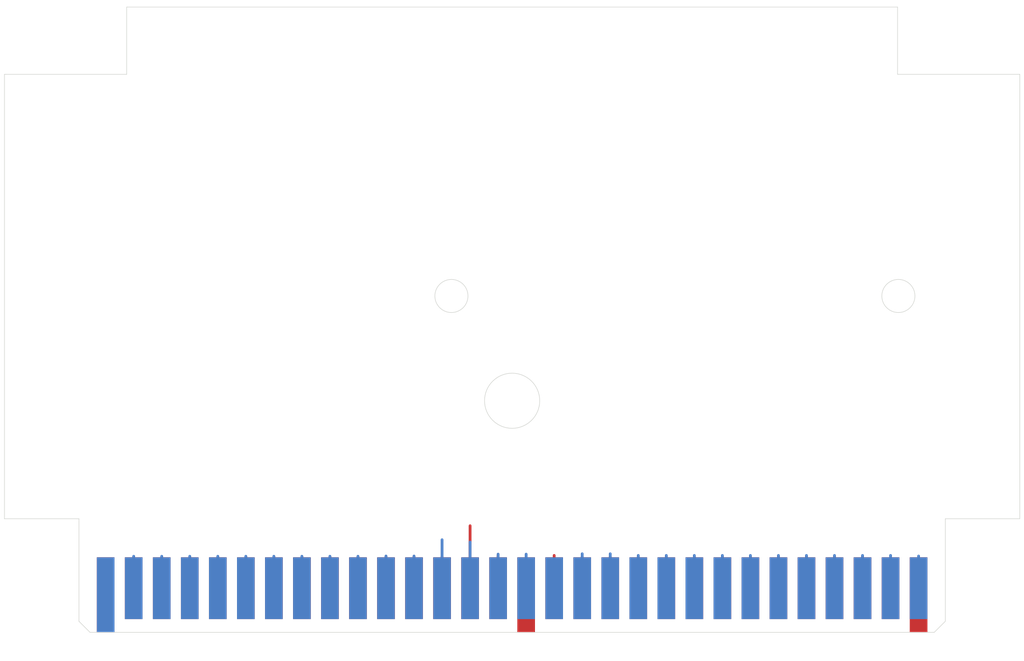
<source format=kicad_pcb>
(kicad_pcb (version 20240108) (generator "pcbnew") (generator_version "8.0")
  (title_block (title "FME-7 / 5A / 5B Devboard (SS-E301 / JxROM)") (date "2022-03-11") (rev "0.0.4") (company "Persune") (comment 1 "Designed for FC"))
  (layers (0 "F.Cu" mixed) (31 "B.Cu" mixed) (34 "B.Paste" user) (35 "F.Paste" user) (36 "B.SilkS" user "B.Silkscreen") (37 "F.SilkS" user "F.Silkscreen") (38 "B.Mask" user) (39 "F.Mask" user) (44 "Edge.Cuts" user))
  (net 0 "")
  (net 1 "GND")
  (net 2 "/AUD_OUT")
  (net 3 "/CPU_D2")
  (net 4 "/CPU_D4")
  (net 5 "/CPU_D1")
  (net 6 "/CPU_D5")
  (net 7 "/CPU_D0")
  (net 8 "/CPU_D6")
  (net 9 "/CPU_D7")
  (net 10 "/CHR_A10")
  (net 11 "/PPU_A13")
  (net 12 "/PPU_A12")
  (net 13 "/PPU_A11")
  (net 14 "/PPU_A10")
  (net 15 "/PPU_~{RD}")
  (net 16 "/~{IRQ}")
  (net 17 "/CPU_R~{W}")
  (net 18 "/~{ROMSEL}")
  (net 19 "/CPU_A14")
  (net 20 "/CPU_A13")
  (net 21 "/M2")
  (net 22 "/CPU_D3")
  (net 23 "VCC")
  (net 24 "/PPU_D4")
  (net 25 "/PPU_D5")
  (net 26 "/PPU_D6")
  (net 27 "/PPU_D7")
  (net 28 "/PPU_A9")
  (net 29 "/PPU_A8")
  (net 30 "/PPU_A7")
  (net 31 "/AUD_IN")
  (net 32 "/CPU_A12")
  (net 33 "/PPU_D3")
  (net 34 "/PPU_D2")
  (net 35 "/PPU_D1")
  (net 36 "/PPU_D0")
  (net 37 "/PPU_A0")
  (net 38 "/PPU_A1")
  (net 39 "/PPU_A2")
  (net 40 "/PPU_A3")
  (net 41 "/PPU_A4")
  (net 42 "/PPU_A5")
  (net 43 "/PPU_A6")
  (net 44 "/CPU_A0")
  (net 45 "/CPU_A1")
  (net 46 "/CPU_A2")
  (net 47 "/CPU_A3")
  (net 48 "/CPU_A4")
  (net 49 "/CPU_A5")
  (net 50 "/CPU_A6")
  (net 51 "/CPU_A7")
  (net 52 "/CPU_A8")
  (net 53 "/CPU_A9")
  (net 54 "/CPU_A10")
  (net 55 "/CPU_A11")
  (net 57 "Net-(J1-Pad48)")
  (footprint "custom footprints:BBW-E301" (layer "F.Cu") (at 152.4 119.38)
    (property "Reference" "J1")
    (property "Value" "Famicom Card Edge Connector")
    (pad "1" connect rect (at -36.83 6.9) (size 1.6 6.8) (layers "F.Cu") (net 1 "GND"))
    (pad "2" connect rect (at -34.29 6.3) (size 1.6 5.6) (layers "F.Cu") (net 55 "/CPU_A11"))
    (pad "3" connect rect (at -31.75 6.3) (size 1.6 5.6) (layers "F.Cu") (net 54 "/CPU_A10"))
    (pad "4" connect rect (at -29.21 6.3) (size 1.6 5.6) (layers "F.Cu") (net 53 "/CPU_A9"))
    (pad "5" connect rect (at -26.67 6.3) (size 1.6 5.6) (layers "F.Cu") (net 52 "/CPU_A8"))
    (pad "6" connect rect (at -24.13 6.3) (size 1.6 5.6) (layers "F.Cu") (net 51 "/CPU_A7"))
    (pad "7" connect rect (at -21.59 6.3) (size 1.6 5.6) (layers "F.Cu") (net 50 "/CPU_A6"))
    (pad "8" connect rect (at -19.05 6.3) (size 1.6 5.6) (layers "F.Cu") (net 49 "/CPU_A5"))
    (pad "9" connect rect (at -16.51 6.3) (size 1.6 5.6) (layers "F.Cu") (net 48 "/CPU_A4"))
    (pad "10" connect rect (at -13.97 6.3) (size 1.6 5.6) (layers "F.Cu") (net 47 "/CPU_A3"))
    (pad "11" connect rect (at -11.43 6.3) (size 1.6 5.6) (layers "F.Cu") (net 46 "/CPU_A2"))
    (pad "12" connect rect (at -8.89 6.3) (size 1.6 5.6) (layers "F.Cu") (net 45 "/CPU_A1"))
    (pad "13" connect rect (at -6.35 6.3) (size 1.6 5.6) (layers "F.Cu") (net 44 "/CPU_A0"))
    (pad "14" connect rect (at -3.81 6.3) (size 1.6 5.6) (layers "F.Cu") (net 17 "/CPU_R~{W}"))
    (pad "15" connect rect (at -1.27 6.3) (size 1.6 5.6) (layers "F.Cu") (net 16 "/~{IRQ}"))
    (pad "16" connect rect (at 1.27 6.9) (size 1.6 6.8) (layers "F.Cu") (net 1 "GND"))
    (pad "17" connect rect (at 3.81 6.3) (size 1.6 5.6) (layers "F.Cu") (net 15 "/PPU_~{RD}"))
    (pad "18" connect rect (at 6.35 6.3) (size 1.6 5.6) (layers "F.Cu") (net 10 "/CHR_A10"))
    (pad "19" connect rect (at 8.89 6.3) (size 1.6 5.6) (layers "F.Cu") (net 43 "/PPU_A6"))
    (pad "20" connect rect (at 11.43 6.3) (size 1.6 5.6) (layers "F.Cu") (net 42 "/PPU_A5"))
    (pad "21" connect rect (at 13.97 6.3) (size 1.6 5.6) (layers "F.Cu") (net 41 "/PPU_A4"))
    (pad "22" connect rect (at 16.51 6.3) (size 1.6 5.6) (layers "F.Cu") (net 40 "/PPU_A3"))
    (pad "23" connect rect (at 19.05 6.3) (size 1.6 5.6) (layers "F.Cu") (net 39 "/PPU_A2"))
    (pad "24" connect rect (at 21.59 6.3) (size 1.6 5.6) (layers "F.Cu") (net 38 "/PPU_A1"))
    (pad "25" connect rect (at 24.13 6.3) (size 1.6 5.6) (layers "F.Cu") (net 37 "/PPU_A0"))
    (pad "26" connect rect (at 26.67 6.3) (size 1.6 5.6) (layers "F.Cu") (net 36 "/PPU_D0"))
    (pad "27" connect rect (at 29.21 6.3) (size 1.6 5.6) (layers "F.Cu") (net 35 "/PPU_D1"))
    (pad "28" connect rect (at 31.75 6.3) (size 1.6 5.6) (layers "F.Cu") (net 34 "/PPU_D2"))
    (pad "29" connect rect (at 34.29 6.3) (size 1.6 5.6) (layers "F.Cu") (net 33 "/PPU_D3"))
    (pad "30" connect rect (at 36.83 6.9) (size 1.6 6.8) (layers "F.Cu") (net 23 "VCC"))
    (pad "31" connect rect (at -36.83 6.9) (size 1.6 6.8) (layers "B.Cu") (net 23 "VCC"))
    (pad "32" connect rect (at -34.29 6.3) (size 1.6 5.6) (layers "B.Cu") (net 21 "/M2"))
    (pad "33" connect rect (at -31.75 6.3) (size 1.6 5.6) (layers "B.Cu") (net 32 "/CPU_A12"))
    (pad "34" connect rect (at -29.21 6.3) (size 1.6 5.6) (layers "B.Cu") (net 20 "/CPU_A13"))
    (pad "35" connect rect (at -26.67 6.3) (size 1.6 5.6) (layers "B.Cu") (net 19 "/CPU_A14"))
    (pad "36" connect rect (at -24.13 6.3) (size 1.6 5.6) (layers "B.Cu") (net 9 "/CPU_D7"))
    (pad "37" connect rect (at -21.59 6.3) (size 1.6 5.6) (layers "B.Cu") (net 8 "/CPU_D6"))
    (pad "38" connect rect (at -19.05 6.3) (size 1.6 5.6) (layers "B.Cu") (net 6 "/CPU_D5"))
    (pad "39" connect rect (at -16.51 6.3) (size 1.6 5.6) (layers "B.Cu") (net 4 "/CPU_D4"))
    (pad "40" connect rect (at -13.97 6.3) (size 1.6 5.6) (layers "B.Cu") (net 22 "/CPU_D3"))
    (pad "41" connect rect (at -11.43 6.3) (size 1.6 5.6) (layers "B.Cu") (net 3 "/CPU_D2"))
    (pad "42" connect rect (at -8.89 6.3) (size 1.6 5.6) (layers "B.Cu") (net 5 "/CPU_D1"))
    (pad "43" connect rect (at -6.35 6.3) (size 1.6 5.6) (layers "B.Cu") (net 7 "/CPU_D0"))
    (pad "44" connect rect (at -3.81 6.3) (size 1.6 5.6) (layers "B.Cu") (net 18 "/~{ROMSEL}"))
    (pad "45" connect rect (at -1.27 6.3) (size 1.6 5.6) (layers "B.Cu") (net 31 "/AUD_IN"))
    (pad "46" connect rect (at 1.27 6.3) (size 1.6 5.6) (layers "B.Cu") (net 2 "/AUD_OUT"))
    (pad "47" connect rect (at 3.81 6.3) (size 1.6 5.6) (layers "B.Cu"))
    (pad "48" connect rect (at 6.35 6.3) (size 1.6 5.6) (layers "B.Cu") (net 57 "Net-(J1-Pad48)"))
    (pad "49" connect rect (at 8.89 6.3) (size 1.6 5.6) (layers "B.Cu") (net 57 "Net-(J1-Pad48)"))
    (pad "50" connect rect (at 11.43 6.3) (size 1.6 5.6) (layers "B.Cu") (net 30 "/PPU_A7"))
    (pad "51" connect rect (at 13.97 6.3) (size 1.6 5.6) (layers "B.Cu") (net 29 "/PPU_A8"))
    (pad "52" connect rect (at 16.51 6.3) (size 1.6 5.6) (layers "B.Cu") (net 28 "/PPU_A9"))
    (pad "53" connect rect (at 19.05 6.3) (size 1.6 5.6) (layers "B.Cu") (net 14 "/PPU_A10"))
    (pad "54" connect rect (at 21.59 6.3) (size 1.6 5.6) (layers "B.Cu") (net 13 "/PPU_A11"))
    (pad "55" connect rect (at 24.13 6.3) (size 1.6 5.6) (layers "B.Cu") (net 12 "/PPU_A12"))
    (pad "56" connect rect (at 26.67 6.3) (size 1.6 5.6) (layers "B.Cu") (net 11 "/PPU_A13"))
    (pad "57" connect rect (at 29.21 6.3) (size 1.6 5.6) (layers "B.Cu") (net 27 "/PPU_D7"))
    (pad "58" connect rect (at 31.75 6.3) (size 1.6 5.6) (layers "B.Cu") (net 26 "/PPU_D6"))
    (pad "59" connect rect (at 34.29 6.3) (size 1.6 5.6) (layers "B.Cu") (net 25 "/PPU_D5"))
    (pad "60" connect rect (at 36.83 6.3) (size 1.6 5.6) (layers "B.Cu") (net 24 "/PPU_D4"))
  )
  (gr_line (start 106.4 119.38) (end 113.15 119.38) (stroke (width 0.05)) (layer "Edge.Cuts"))
  (gr_line (start 198.4 119.38) (end 198.4 79.08) (stroke (width 0.05)) (layer "Edge.Cuts"))
  (gr_line (start 191.65 119.38) (end 198.4 119.38) (stroke (width 0.05)) (layer "Edge.Cuts"))
  (gr_line (start 198.4 79.08) (end 187.325 79.08) (stroke (width 0.05)) (layer "Edge.Cuts"))
  (gr_line (start 117.475 72.98) (end 117.475 79.08) (stroke (width 0.05)) (layer "Edge.Cuts"))
  (gr_line (start 187.325 72.98) (end 117.475 72.98) (stroke (width 0.05)) (layer "Edge.Cuts"))
  (gr_circle (center 152.4 108.68) (end 154.9 108.68) (stroke (width 0.05)) (fill none) (layer "Edge.Cuts"))
  (gr_line (start 190.65 129.68) (end 191.65 128.68) (stroke (width 0.05)) (layer "Edge.Cuts"))
  (gr_line (start 191.65 128.68) (end 191.65 119.38) (stroke (width 0.05)) (layer "Edge.Cuts"))
  (gr_circle (center 146.9 99.18) (end 148.4 99.18) (stroke (width 0.05)) (fill none) (layer "Edge.Cuts"))
  (gr_line (start 114.15 129.68) (end 190.65 129.68) (stroke (width 0.05)) (layer "Edge.Cuts"))
  (gr_line (start 187.325 79.08) (end 187.325 72.98) (stroke (width 0.05)) (layer "Edge.Cuts"))
  (gr_line (start 113.15 119.38) (end 113.15 128.68) (stroke (width 0.05)) (layer "Edge.Cuts"))
  (gr_line (start 113.15 128.68) (end 114.15 129.68) (stroke (width 0.05)) (layer "Edge.Cuts"))
  (gr_line (start 117.475 79.08) (end 106.4 79.08) (stroke (width 0.05)) (layer "Edge.Cuts"))
  (gr_line (start 106.4 79.08) (end 106.4 119.38) (stroke (width 0.05)) (layer "Edge.Cuts"))
  (gr_circle (center 187.4 99.18) (end 188.9 99.18) (stroke (width 0.05)) (fill none) (layer "Edge.Cuts"))
  (segment (start 153.67 125.68) (end 153.67 122.590534) (width 0.25) (layer "B.Cu") (net 2))
  (segment (start 140.97 122.762107) (end 140.97 125.68) (width 0.25) (layer "B.Cu") (net 3))
  (segment (start 135.89 125.68) (end 135.89 122.781884) (width 0.25) (layer "B.Cu") (net 4))
  (segment (start 143.51 122.762107) (end 143.51 125.68) (width 0.25) (layer "B.Cu") (net 5))
  (segment (start 133.35 125.68) (end 133.35 122.781884) (width 0.25) (layer "B.Cu") (net 6))
  (segment (start 146.05 121.285) (end 146.05 125.68) (width 0.25) (layer "B.Cu") (net 7))
  (segment (start 130.81 125.68) (end 130.81 122.781884) (width 0.25) (layer "B.Cu") (net 8))
  (segment (start 128.27 125.68) (end 128.27 122.781884) (width 0.25) (layer "B.Cu") (net 9))
  (segment (start 158.75 122.842185) (end 158.75 125.68) (width 0.25) (layer "F.Cu") (net 10))
  (segment (start 179.07 125.68) (end 179.07 122.706388) (width 0.25) (layer "B.Cu") (net 11))
  (segment (start 176.53 125.68) (end 176.53 122.706388) (width 0.25) (layer "B.Cu") (net 12))
  (segment (start 173.99 125.68) (end 173.99 122.706388) (width 0.25) (layer "B.Cu") (net 13))
  (segment (start 171.45 125.68) (end 171.45 122.706388) (width 0.25) (layer "B.Cu") (net 14))
  (segment (start 156.21 125.68) (end 156.21 122.706388) (width 0.25) (layer "F.Cu") (net 15))
  (segment (start 151.13 125.68) (end 151.13 122.762107) (width 0.25) (layer "F.Cu") (net 16))
  (segment (start 148.59 125.68) (end 148.59 120.015) (width 0.25) (layer "F.Cu") (net 17))
  (segment (start 148.59 121.492107) (end 148.59 125.68) (width 0.25) (layer "B.Cu") (net 18))
  (segment (start 125.73 125.68) (end 125.73 122.781884) (width 0.25) (layer "B.Cu") (net 19))
  (segment (start 123.19 125.68) (end 123.19 122.781884) (width 0.25) (layer "B.Cu") (net 20))
  (segment (start 118.11 125.68) (end 118.11 122.781884) (width 0.25) (layer "B.Cu") (net 21))
  (segment (start 138.43 125.68) (end 138.43 122.781884) (width 0.25) (layer "B.Cu") (net 22))
  (segment (start 189.23 125.68) (end 189.23 122.762107) (width 0.25) (layer "B.Cu") (net 24))
  (segment (start 186.69 125.68) (end 186.69 122.706388) (width 0.25) (layer "B.Cu") (net 25))
  (segment (start 184.15 125.68) (end 184.15 122.706388) (width 0.25) (layer "B.Cu") (net 26))
  (segment (start 181.61 125.68) (end 181.61 122.706388) (width 0.25) (layer "B.Cu") (net 27))
  (segment (start 168.91 122.706388) (end 168.91 125.68) (width 0.25) (layer "B.Cu") (net 28))
  (segment (start 166.37 125.68) (end 166.37 122.706388) (width 0.25) (layer "B.Cu") (net 29))
  (segment (start 163.83 122.706388) (end 163.83 125.68) (width 0.25) (layer "B.Cu") (net 30))
  (segment (start 151.13 125.68) (end 151.13 122.590534) (width 0.25) (layer "B.Cu") (net 31))
  (segment (start 120.65 122.781884) (end 120.65 125.68) (width 0.25) (layer "B.Cu") (net 32))
  (segment (start 186.69 125.68) (end 186.69 123.397107) (width 0.25) (layer "F.Cu") (net 33))
  (segment (start 184.15 125.68) (end 184.15 122.845303) (width 0.25) (layer "F.Cu") (net 34))
  (segment (start 181.61 125.68) (end 181.61 122.845303) (width 0.25) (layer "F.Cu") (net 35))
  (segment (start 179.07 125.68) (end 179.07 122.845303) (width 0.25) (layer "F.Cu") (net 36))
  (segment (start 176.53 125.68) (end 176.53 122.845303) (width 0.25) (layer "F.Cu") (net 37))
  (segment (start 173.99 125.68) (end 173.99 122.845303) (width 0.25) (layer "F.Cu") (net 38))
  (segment (start 171.45 125.68) (end 171.45 122.845303) (width 0.25) (layer "F.Cu") (net 39))
  (segment (start 168.91 125.68) (end 168.91 122.845303) (width 0.25) (layer "F.Cu") (net 40))
  (segment (start 166.37 125.68) (end 166.37 122.845303) (width 0.25) (layer "F.Cu") (net 41))
  (segment (start 163.83 125.68) (end 163.83 122.845303) (width 0.25) (layer "F.Cu") (net 42))
  (segment (start 161.29 125.68) (end 161.29 122.845303) (width 0.25) (layer "F.Cu") (net 43))
  (segment (start 146.05 125.68) (end 146.05 122.845161) (width 0.25) (layer "F.Cu") (net 44))
  (segment (start 143.51 125.68) (end 143.51 122.845161) (width 0.25) (layer "F.Cu") (net 45))
  (segment (start 140.97 125.68) (end 140.97 122.845161) (width 0.25) (layer "F.Cu") (net 46))
  (segment (start 138.43 125.68) (end 138.43 122.845161) (width 0.25) (layer "F.Cu") (net 47))
  (segment (start 135.89 125.68) (end 135.89 122.845161) (width 0.25) (layer "F.Cu") (net 48))
  (segment (start 133.35 125.68) (end 133.35 122.845161) (width 0.25) (layer "F.Cu") (net 49))
  (segment (start 130.81 125.68) (end 130.81 122.845161) (width 0.25) (layer "F.Cu") (net 50))
  (segment (start 128.27 125.68) (end 128.27 122.845161) (width 0.25) (layer "F.Cu") (net 51))
  (segment (start 125.73 122.864017) (end 125.73 125.68) (width 0.25) (layer "F.Cu") (net 52))
  (segment (start 123.19 122.864017) (end 123.19 125.68) (width 0.25) (layer "F.Cu") (net 53))
  (segment (start 120.65 125.68) (end 120.65 122.864017) (width 0.25) (layer "F.Cu") (net 54))
  (segment (start 118.11 125.68) (end 118.11 122.864017) (width 0.25) (layer "F.Cu") (net 55))
  (segment (start 158.75 122.555) (end 158.75 125.68) (width 0.25) (layer "B.Cu") (net 57))
  (segment (start 161.29 125.68) (end 161.29 122.555) (width 0.25) (layer "B.Cu") (net 57))
)
</source>
